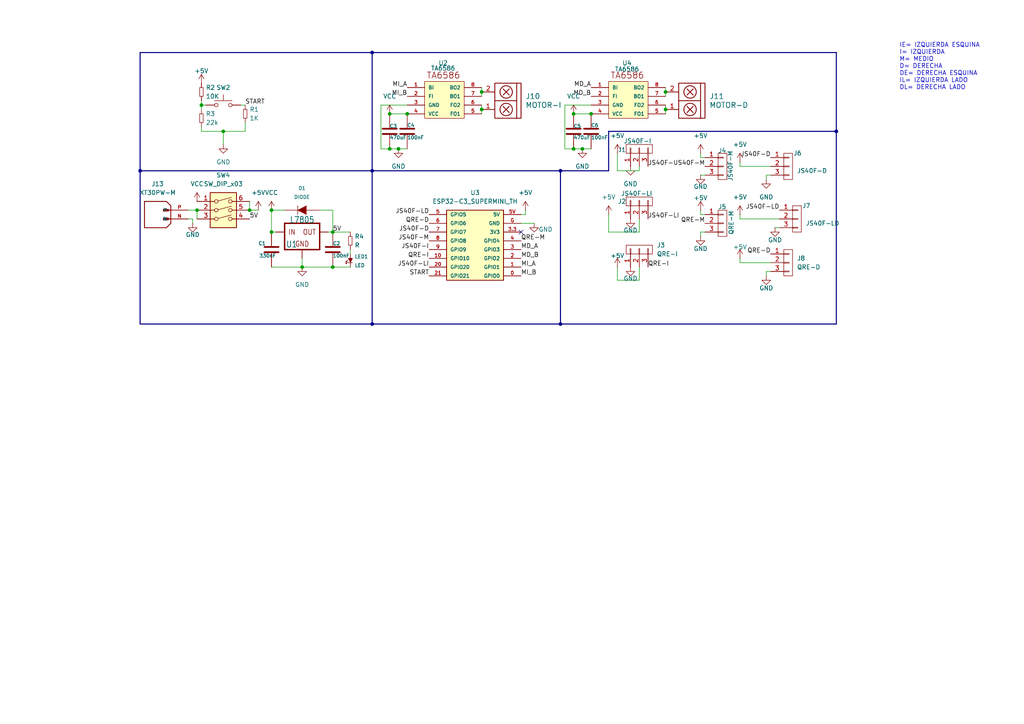
<source format=kicad_sch>
(kicad_sch (version 20231120) (generator "eeschema") (generator_version "8.0")
  (paper "A4")
  (lib_symbols
    (symbol "EESTN5:C" (pin_numbers hide) (pin_names (offset 0.254))
      (property "Reference" "C" (at 0 2.54 0))
      (property "Value" "C" (at 0.1524 -2.159 0))
      (symbol "C_0_1"
        (polyline (pts (xy -2.032 -0.762) (xy 2.032 -0.762)) (stroke (width 0.508)))
        (polyline (pts (xy -2.032 0.762) (xy 2.032 0.762)) (stroke (width 0.508)))
      )
      (symbol "C_1_1"
        (pin passive line (at 0 5.08 270) (length 4.318) (name "~") (number "1"))
        (pin passive line (at 0 -5.08 90) (length 4.318) (name "~") (number "2"))
      )
    )
    (symbol "EESTN5:CONN_01X03" (pin_names (offset 1.016) hide)
      (property "Reference" "J" (at 0 5.08 0))
      (property "Value" "CONN_01X03" (at 2.54 0 90))
      (symbol "CONN_01X03_0_1"
        (rectangle (start -1.27 -2.413) (end 0.254 -2.667))
        (rectangle (start -1.27 0.127) (end 0.254 -0.127))
        (rectangle (start -1.27 2.667) (end 0.254 2.413))
        (rectangle (start -1.27 3.81) (end 1.27 -3.81))
      )
      (symbol "CONN_01X03_1_1"
        (pin passive line (at -5.08 2.54 0) (length 3.81) (name "P1") (number "1"))
        (pin passive line (at -5.08 0 0) (length 3.81) (name "P2") (number "2"))
        (pin passive line (at -5.08 -2.54 0) (length 3.81) (name "P3") (number "3"))
      )
    )
    (symbol "EESTN5:DIODE" (pin_numbers hide) (pin_names (offset 1.016) hide)
      (property "Reference" "D" (at 0 2.54 0))
      (property "Value" "DIODE" (at 0 -2.54 0))
      (symbol "DIODE_0_1"
        (polyline (pts (xy 1.27 1.27) (xy 1.27 -1.27)) (stroke (width 0.1524)))
        (polyline (pts (xy -1.27 1.27) (xy 1.27 0) (xy -1.27 -1.27)) (fill (type outline)))
      )
      (symbol "DIODE_1_1"
        (pin passive line (at -5.08 0 0) (length 3.81) (name "A") (number "1"))
        (pin passive line (at 5.08 0 180) (length 3.81) (name "K") (number "2"))
      )
    )
    (symbol "EESTN5:LED" (pin_numbers hide) (pin_names (offset 1.016) hide)
      (property "Reference" "LED" (at 0 2.54 0))
      (property "Value" "LED" (at 0 -2.54 0))
      (symbol "LED_0_1"
        (polyline (pts (xy 0.508 -0.762) (xy 1.016 -1.27) (xy 1.016 -1.27)))
        (polyline (pts (xy 1.016 -0.762) (xy 1.524 -1.27) (xy 1.524 -1.27)))
        (polyline (pts (xy 1.27 -0.635) (xy 1.27 0.635) (xy 1.27 0.635)))
        (polyline (pts (xy 1.27 0) (xy 0 0.635) (xy 0 -0.635) (xy 0 -0.635)) (fill (type outline)))
        (polyline (pts (xy 1.524 -1.27) (xy 1.27 -1.27) (xy 1.524 -1.016) (xy 1.524 -1.27) (xy 1.524 -1.27)) (fill (type outline)))
        (polyline (pts (xy 1.016 -1.27) (xy 0.762 -1.27) (xy 1.016 -1.016) (xy 1.016 -1.27) (xy 1.016 -1.27) (xy 1.016 -1.27)) (fill (type outline)))
      )
      (symbol "LED_1_1"
        (pin passive line (at -1.27 0 0) (length 1.27) (name "A") (number "1"))
        (pin passive line (at 2.54 0 180) (length 1.27) (name "K") (number "2"))
      )
    )
    (symbol "EESTN5:R" (pin_numbers hide) (pin_names (offset 0))
      (property "Reference" "R" (at -1.27 0 90))
      (property "Value" "R" (at 1.27 0 90))
      (symbol "R_0_1"
        (rectangle (start 0.508 1.27) (end -0.508 -1.27))
      )
      (symbol "R_1_1"
        (pin passive line (at 0 2.54 270) (length 1.27) (name "~") (number "1"))
        (pin passive line (at 0 -2.54 90) (length 1.27) (name "~") (number "2"))
      )
    )
    (symbol "EESTN5:SW_DIP_x03" (pin_names (offset 0) hide)
      (property "Reference" "SW" (at 0 8.89 0))
      (property "Value" "SW_DIP_x03" (at 0 -3.81 0))
      (symbol "SW_DIP_x03_0_0"
        (circle (center -2.032 0) (radius 0.508))
        (circle (center -2.032 2.54) (radius 0.508))
        (circle (center -2.032 5.08) (radius 0.508))
        (polyline (pts (xy -1.524 0.127) (xy 2.3622 1.1684)))
        (polyline (pts (xy -1.524 2.667) (xy 2.3622 3.7084)))
        (polyline (pts (xy -1.524 5.207) (xy 2.3622 6.2484)))
        (circle (center 2.032 0) (radius 0.508))
        (circle (center 2.032 2.54) (radius 0.508))
        (circle (center 2.032 5.08) (radius 0.508))
      )
      (symbol "SW_DIP_x03_0_1"
        (rectangle (start -3.81 7.62) (end 3.81 -2.54) (stroke (width 0.254)) (fill (type background)))
      )
      (symbol "SW_DIP_x03_1_1"
        (pin input line (at -7.62 5.08 0) (length 5.08) (name "~") (number "1"))
        (pin input line (at -7.62 2.54 0) (length 5.08) (name "~") (number "2"))
        (pin input line (at -7.62 0 0) (length 5.08) (name "~") (number "3"))
        (pin input line (at 7.62 0 180) (length 5.08) (name "~") (number "4"))
        (pin input line (at 7.62 2.54 180) (length 5.08) (name "~") (number "5"))
        (pin input line (at 7.62 5.08 180) (length 5.08) (name "~") (number "6"))
      )
    )
    (symbol "EESTN5:SW_Push" (pin_numbers hide) (pin_names (offset 1.016) hide)
      (property "Reference" "SW" (at 1.27 2.54 0))
      (symbol "SW_Push_0_1"
        (circle (center -2.032 0) (radius 0.508))
        (polyline (pts (xy 0 1.27) (xy 0 3.048)))
        (polyline (pts (xy 2.54 1.27) (xy -2.54 1.27)))
        (circle (center 2.032 0) (radius 0.508))
        (pin passive line (at -5.08 0 0) (length 2.54) (name "1") (number "1"))
        (pin passive line (at 5.08 0 180) (length 2.54) (name "2") (number "2"))
      )
    )
    (symbol "EESTN5:TB_1X2" (pin_names (offset 1.016))
      (property "Reference" "J" (at 0 7.62 0))
      (property "Value" "TB_1X2" (at 1.27 -7.62 0))
      (symbol "TB_1X2_0_1"
        (rectangle (start -2.54 5.08) (end 5.08 -5.08) (stroke (width 0.254)))
        (polyline (pts (xy -1.27 0) (xy 5.08 0)) (stroke (width 0.254)))
        (polyline (pts (xy -1.27 5.08) (xy -1.27 -5.08)) (stroke (width 0.254)))
        (polyline (pts (xy 0.889 -3.429) (xy 2.667 -1.651)) (stroke (width 0.254)))
        (polyline (pts (xy 0.889 -1.651) (xy 2.667 -3.429)) (stroke (width 0.254)))
        (polyline (pts (xy 0.889 1.651) (xy 2.667 3.429)) (stroke (width 0.254)))
        (polyline (pts (xy 0.889 3.429) (xy 2.667 1.651)) (stroke (width 0.254)))
        (circle (center 1.778 -2.54) (radius 1.8034) (stroke (width 0.254)))
        (circle (center 1.778 2.54) (radius 1.8034) (stroke (width 0.254)))
      )
      (symbol "TB_1X2_1_1"
        (pin input line (at 8.89 2.54 180) (length 3.81) (name "~") (number "1"))
        (pin input line (at 8.89 -2.54 180) (length 3.81) (name "~") (number "2"))
      )
    )
    (symbol "EESTN5:l7805"
      (property "Reference" "U6" (at -3.302 -3.81 0))
      (property "Value" "L7805" (at -1.778 4.572 0))
      (symbol "l7805_1_0"
        (polyline (pts (xy -5.08 -5.08) (xy 5.08 -5.08)) (stroke (width 0.4064)))
        (polyline (pts (xy -5.08 2.54) (xy -5.08 -5.08)) (stroke (width 0.4064)))
        (polyline (pts (xy 5.08 -5.08) (xy 5.08 2.54)) (stroke (width 0.4064)))
        (polyline (pts (xy 5.08 2.54) (xy -5.08 2.54)) (stroke (width 0.4064)))
        (text "GND" (at 0 -4.318 0) (effects (font (size 1.524 1.2954)) (justify bottom)))
        (text "IN" (at -4.064 0 0) (effects (font (size 1.524 1.2954)) (justify left)))
        (text "OUT" (at 4.064 0 0) (effects (font (size 1.524 1.2954)) (justify right)))
        (pin power_in line (at -7.62 0 0) (length 2.54) (name "VIN") (number "1"))
        (pin power_in line (at 0 -7.62 90) (length 2.54) (name "GND") (number "2"))
        (pin power_in line (at 7.62 0 180) (length 2.54) (name "VOUT") (number "3"))
      )
    )
    (symbol "ESP32-C3_SUPERMINI_TH:ESP32-C3_SUPERMINI_TH" (pin_names (offset 1.016))
      (property "Reference" "U1" (at 0.635 15.24 0))
      (property "Value" "ESP32-C3_SUPERMINI_TH" (at 0.635 12.7 0))
      (symbol "ESP32-C3_SUPERMINI_TH_0_0"
        (rectangle (start -7.62 -10.16) (end 8.89 10.16) (stroke (width 0.254)) (fill (type background)))
        (pin bidirectional line (at 13.97 -8.89 180) (length 5.08) (name "GPIO0") (number "0"))
        (pin bidirectional line (at 13.97 -6.35 180) (length 5.08) (name "GPIO1") (number "1"))
        (pin bidirectional line (at -12.7 -3.81 0) (length 5.08) (name "GPIO10") (number "10"))
        (pin bidirectional line (at 13.97 -3.81 180) (length 5.08) (name "GPIO2") (number "2"))
        (pin bidirectional line (at -12.7 -6.35 0) (length 5.08) (name "GPIO20") (number "20"))
        (pin bidirectional line (at -12.7 -8.89 0) (length 5.08) (name "GPIO21") (number "21"))
        (pin bidirectional line (at 13.97 -1.27 180) (length 5.08) (name "GPIO3") (number "3"))
        (pin bidirectional line (at 13.97 1.27 180) (length 5.08) (name "GPIO4") (number "4"))
        (pin bidirectional line (at -12.7 8.89 0) (length 5.08) (name "GPIO5") (number "5"))
        (pin power_in line (at 13.97 8.89 180) (length 5.08) (name "5V") (number "5V"))
        (pin bidirectional line (at -12.7 6.35 0) (length 5.08) (name "GPIO6") (number "6"))
        (pin bidirectional line (at -12.7 3.81 0) (length 5.08) (name "GPIO7") (number "7"))
        (pin bidirectional line (at -12.7 1.27 0) (length 5.08) (name "GPIO8") (number "8"))
        (pin bidirectional line (at -12.7 -1.27 0) (length 5.08) (name "GPIO9") (number "9"))
      )
      (symbol "ESP32-C3_SUPERMINI_TH_1_0"
        (pin bidirectional line (at 13.97 3.81 180) (length 5.08) (name "3V3") (number "3.3"))
        (pin bidirectional line (at 13.97 6.35 180) (length 5.08) (name "GND") (number "G"))
      )
    )
    (symbol "TA6586:TA6586" (pin_names (offset 1.016))
      (property "Reference" "U5" (at -4.064 8.636 0))
      (property "Value" "TA6586" (at -4.064 6.096 0))
      (symbol "TA6586_0_0"
        (rectangle (start -10.16 0.508) (end 1.27 -10.16) (stroke (width 0.1524)) (fill (type background)))
        (text "TA6586 " (at -4.064 2.286 0) (effects (font (size 1.778 1.778))))
      )
      (symbol "TA6586_1_0"
        (pin bidirectional line (at -15.24 -1.27 0) (length 5.08) (name "BI") (number "1"))
        (pin bidirectional line (at -15.24 -3.81 0) (length 5.08) (name "FI") (number "2"))
        (pin bidirectional line (at -15.24 -6.35 0) (length 5.08) (name "GND") (number "3"))
        (pin bidirectional line (at -15.24 -8.89 0) (length 5.08) (name "VCC") (number "4"))
        (pin bidirectional line (at 6.35 -8.89 180) (length 5.08) (name "FO1") (number "5"))
        (pin bidirectional line (at 6.35 -6.35 180) (length 5.08) (name "FO2") (number "6"))
        (pin bidirectional line (at 6.35 -3.81 180) (length 5.08) (name "BO1") (number "7"))
        (pin bidirectional line (at 6.35 -1.27 180) (length 5.08) (name "BO2") (number "8"))
      )
    )
    (symbol "XT30PW-M:XT30PW-M" (pin_names (offset 1.016))
      (property "Reference" "J" (at -7.62 3.302 0))
      (property "Value" "XT30PW-M" (at -7.62 -7.62 0))
      (symbol "XT30PW-M_0_0"
        (rectangle (start -2.2225 -2.8575) (end -0.635 -2.2225) (stroke (width 0.1)) (fill (type outline)))
        (rectangle (start -2.2225 -0.3175) (end -0.635 0.3175) (stroke (width 0.1)) (fill (type outline)))
        (polyline (pts (xy -7.62 -5.08) (xy -7.62 2.54)) (stroke (width 0.254)))
        (polyline (pts (xy -7.62 2.54) (xy -1.27 2.54)) (stroke (width 0.254)))
        (polyline (pts (xy -1.27 -5.08) (xy -7.62 -5.08)) (stroke (width 0.254)))
        (polyline (pts (xy 0 -3.81) (xy -1.27 -5.08)) (stroke (width 0.254)))
        (polyline (pts (xy 0 -2.54) (xy -1.905 -2.54)) (stroke (width 0.254)))
        (polyline (pts (xy 0 0) (xy -1.905 0)) (stroke (width 0.254)))
        (polyline (pts (xy 0 0) (xy 0 -3.81)) (stroke (width 0.254)))
        (polyline (pts (xy 0 1.27) (xy -1.27 2.54)) (stroke (width 0.254)))
        (polyline (pts (xy 0 1.27) (xy 0 0)) (stroke (width 0.254)))
        (pin power_in line (at 5.08 -2.54 180) (length 5.08) (name "N") (number "N"))
        (pin power_in line (at 5.08 0 180) (length 5.08) (name "P") (number "P"))
      )
    )
    (symbol "power:+5V" (power) (pin_numbers hide) (pin_names (offset 0) hide)
      (property "Value" "+5V" (at 0 3.556 0))
      (symbol "+5V_0_1"
        (polyline (pts (xy -0.762 1.27) (xy 0 2.54)))
        (polyline (pts (xy 0 0) (xy 0 2.54)))
        (polyline (pts (xy 0 2.54) (xy 0.762 1.27)))
      )
      (symbol "+5V_1_1"
        (pin power_in line (at 0 0 90) (length 0) (name "~") (number "1"))
      )
    )
    (symbol "power:GND" (power) (pin_numbers hide) (pin_names (offset 0) hide)
      (property "Value" "GND" (at 0 -3.81 0))
      (symbol "GND_0_1"
        (polyline (pts (xy 0 0) (xy 0 -1.27) (xy 1.27 -1.27) (xy 0 -2.54) (xy -1.27 -1.27) (xy 0 -1.27)))
      )
      (symbol "GND_1_1"
        (pin power_in line (at 0 0 270) (length 0) (name "~") (number "1"))
      )
    )
    (symbol "power:VCC" (power) (pin_numbers hide) (pin_names (offset 0) hide)
      (property "Value" "VCC" (at 0 3.556 0))
      (symbol "VCC_0_1"
        (polyline (pts (xy -0.762 1.27) (xy 0 2.54)))
        (polyline (pts (xy 0 0) (xy 0 2.54)))
        (polyline (pts (xy 0 2.54) (xy 0.762 1.27)))
      )
      (symbol "VCC_1_1"
        (pin power_in line (at 0 0 90) (length 0) (name "~") (number "1"))
      )
    )
  )
  (junction (at 168.91 43.18))
  (junction (at 78.74 67.31))
  (junction (at 87.63 77.47))
  (junction (at 193.04 31.75))
  (junction (at 107.95 93.98))
  (junction (at 139.7 31.75))
  (junction (at 162.56 93.98))
  (junction (at 40.64 49.53))
  (junction (at 78.74 60.96))
  (junction (at 57.15 60.96))
  (junction (at 107.95 49.53))
  (junction (at 193.04 26.67))
  (junction (at 113.03 33.02))
  (junction (at 166.37 43.18))
  (junction (at 107.95 15.24))
  (junction (at 166.37 33.02))
  (junction (at 64.77 38.1))
  (junction (at 96.52 77.47))
  (junction (at 139.7 26.67))
  (junction (at 118.11 33.02))
  (junction (at 162.56 49.53))
  (junction (at 242.57 38.1))
  (junction (at 58.42 30.48))
  (junction (at 72.39 60.96))
  (junction (at 171.45 33.02))
  (junction (at 96.52 67.31))
  (junction (at 115.57 43.18))
  (junction (at 113.03 43.18))
  (no_connect (at 151.13 67.31))
  (wire (pts (xy 87.63 77.47) (xy 96.52 77.47)))
  (wire (pts (xy 87.63 74.93) (xy 87.63 77.47)))
  (wire (pts (xy 204.47 50.8) (xy 203.2 50.8)))
  (wire (pts (xy 193.04 25.4) (xy 193.04 26.67)))
  (wire (pts (xy 204.47 67.31) (xy 203.2 67.31)))
  (wire (pts (xy 222.25 50.8) (xy 222.25 52.07)))
  (bus (pts (xy 40.64 49.53) (xy 40.64 93.98)))
  (wire (pts (xy 78.74 60.96) (xy 78.74 67.31)))
  (wire (pts (xy 72.39 58.42) (xy 72.39 60.96)))
  (wire (pts (xy 193.04 26.67) (xy 193.04 27.94)))
  (wire (pts (xy 171.45 30.48) (xy 163.83 30.48)))
  (wire (pts (xy 223.52 48.26) (xy 214.63 48.26)))
  (bus (pts (xy 176.53 38.1) (xy 242.57 38.1)))
  (wire (pts (xy 223.52 50.8) (xy 222.25 50.8)))
  (wire (pts (xy 78.74 60.96) (xy 82.55 60.96)))
  (wire (pts (xy 113.03 33.02) (xy 118.11 33.02)))
  (wire (pts (xy 185.42 81.28) (xy 179.07 81.28)))
  (wire (pts (xy 163.83 43.18) (xy 166.37 43.18)))
  (wire (pts (xy 223.52 76.2) (xy 214.63 76.2)))
  (wire (pts (xy 113.03 43.18) (xy 115.57 43.18)))
  (wire (pts (xy 179.07 49.53) (xy 185.42 49.53)))
  (wire (pts (xy 185.42 77.47) (xy 185.42 81.28)))
  (wire (pts (xy 214.63 63.5) (xy 226.06 63.5)))
  (wire (pts (xy 78.74 77.47) (xy 87.63 77.47)))
  (bus (pts (xy 162.56 93.98) (xy 107.95 93.98)))
  (wire (pts (xy 223.52 78.74) (xy 222.25 78.74)))
  (wire (pts (xy 179.07 77.47) (xy 179.07 81.28)))
  (wire (pts (xy 204.47 62.23) (xy 203.2 62.23)))
  (wire (pts (xy 168.91 43.18) (xy 171.45 43.18)))
  (wire (pts (xy 152.4 62.23) (xy 151.13 62.23)))
  (wire (pts (xy 185.42 67.31) (xy 176.53 67.31)))
  (wire (pts (xy 110.49 30.48) (xy 110.49 43.18)))
  (wire (pts (xy 152.4 60.96) (xy 152.4 62.23)))
  (bus (pts (xy 176.53 49.53) (xy 162.56 49.53)))
  (wire (pts (xy 115.57 43.18) (xy 118.11 43.18)))
  (wire (pts (xy 193.04 31.75) (xy 193.04 33.02)))
  (wire (pts (xy 55.88 64.77) (xy 55.88 63.5)))
  (bus (pts (xy 107.95 93.98) (xy 40.64 93.98)))
  (wire (pts (xy 58.42 38.1) (xy 64.77 38.1)))
  (bus (pts (xy 107.95 15.24) (xy 242.57 15.24)))
  (bus (pts (xy 242.57 93.98) (xy 162.56 93.98)))
  (wire (pts (xy 55.88 63.5) (xy 54.61 63.5)))
  (wire (pts (xy 96.52 67.31) (xy 95.25 67.31)))
  (wire (pts (xy 71.12 35.56) (xy 71.12 38.1)))
  (wire (pts (xy 57.15 60.96) (xy 57.15 63.5)))
  (wire (pts (xy 58.42 36.83) (xy 58.42 38.1)))
  (wire (pts (xy 214.63 63.5) (xy 214.63 62.23)))
  (wire (pts (xy 166.37 33.02) (xy 171.45 33.02)))
  (bus (pts (xy 242.57 15.24) (xy 242.57 38.1)))
  (wire (pts (xy 58.42 30.48) (xy 58.42 31.75)))
  (wire (pts (xy 58.42 30.48) (xy 59.69 30.48)))
  (wire (pts (xy 92.71 60.96) (xy 96.52 60.96)))
  (wire (pts (xy 139.7 30.48) (xy 139.7 31.75)))
  (wire (pts (xy 139.7 25.4) (xy 139.7 26.67)))
  (wire (pts (xy 166.37 43.18) (xy 168.91 43.18)))
  (wire (pts (xy 204.47 45.72) (xy 203.2 45.72)))
  (bus (pts (xy 162.56 93.98) (xy 162.56 49.53)))
  (wire (pts (xy 78.74 67.31) (xy 80.01 67.31)))
  (wire (pts (xy 214.63 48.26) (xy 214.63 46.99)))
  (wire (pts (xy 222.25 78.74) (xy 222.25 80.01)))
  (wire (pts (xy 71.12 38.1) (xy 64.77 38.1)))
  (bus (pts (xy 40.64 49.53) (xy 107.95 49.53)))
  (wire (pts (xy 54.61 60.96) (xy 57.15 60.96)))
  (wire (pts (xy 185.42 48.26) (xy 185.42 49.53)))
  (bus (pts (xy 242.57 38.1) (xy 242.57 93.98)))
  (bus (pts (xy 107.95 49.53) (xy 107.95 93.98)))
  (wire (pts (xy 96.52 77.47) (xy 101.6 77.47)))
  (wire (pts (xy 64.77 38.1) (xy 64.77 41.91)))
  (wire (pts (xy 193.04 30.48) (xy 193.04 31.75)))
  (wire (pts (xy 118.11 30.48) (xy 110.49 30.48)))
  (wire (pts (xy 203.2 67.31) (xy 203.2 68.58)))
  (wire (pts (xy 226.06 66.04) (xy 224.79 66.04)))
  (bus (pts (xy 40.64 15.24) (xy 107.95 15.24)))
  (wire (pts (xy 139.7 26.67) (xy 139.7 27.94)))
  (wire (pts (xy 214.63 76.2) (xy 214.63 74.93)))
  (wire (pts (xy 176.53 62.23) (xy 176.53 67.31)))
  (wire (pts (xy 179.07 44.45) (xy 179.07 49.53)))
  (wire (pts (xy 163.83 30.48) (xy 163.83 43.18)))
  (bus (pts (xy 162.56 49.53) (xy 107.95 49.53)))
  (wire (pts (xy 203.2 62.23) (xy 203.2 60.96)))
  (wire (pts (xy 151.13 64.77) (xy 154.94 64.77)))
  (wire (pts (xy 69.85 30.48) (xy 71.12 30.48)))
  (wire (pts (xy 101.6 73.66) (xy 101.6 72.39)))
  (wire (pts (xy 96.52 60.96) (xy 96.52 67.31)))
  (wire (pts (xy 72.39 60.96) (xy 74.93 60.96)))
  (wire (pts (xy 139.7 31.75) (xy 139.7 33.02)))
  (wire (pts (xy 203.2 45.72) (xy 203.2 44.45)))
  (bus (pts (xy 176.53 49.53) (xy 176.53 38.1)))
  (wire (pts (xy 96.52 67.31) (xy 101.6 67.31)))
  (wire (pts (xy 58.42 29.21) (xy 58.42 30.48)))
  (bus (pts (xy 107.95 49.53) (xy 107.95 15.24)))
  (wire (pts (xy 110.49 43.18) (xy 113.03 43.18)))
  (bus (pts (xy 40.64 15.24) (xy 40.64 49.53)))
  (wire (pts (xy 185.42 63.5) (xy 185.42 67.31)))
  (text "IE= IZQUIERDA ESQUINA\nI= IZQUIERDA \nM= MEDIO \nD= DERECHA \nDE= DERECHA ESQUINA \nIL= IZQUIERDA LADO \nDL= DERECHA LADO \n" (at 260.858 19.304 0) (effects (font (size 1.27 1.27)) (justify left)))
  (label "JS40F-D" (at 124.46 67.31 180))
  (label "MI_A" (at 151.13 77.47 0))
  (label "JS40F-M" (at 124.46 69.85 180))
  (label "QRE-D" (at 124.46 64.77 180))
  (label "5V" (at 72.39 63.5 0))
  (label "QRE-I" (at 124.46 74.93 180))
  (label "JS40F-LI" (at 187.96 63.5 0))
  (label "MI_A" (at 118.11 25.4 180))
  (label "MI_B" (at 118.11 27.94 180))
  (label "JS40F-I" (at 124.46 72.39 180))
  (label "JS40F-D" (at 223.52 45.72 180))
  (label "MI_B" (at 151.13 80.01 0))
  (label "MD_B" (at 151.13 74.93 0))
  (label "5V" (at 96.52 67.31 0))
  (label "MD_A" (at 171.45 25.4 180))
  (label "QRE-M" (at 204.47 64.77 180))
  (label "START" (at 71.12 30.48 0))
  (label "JS40F-LD" (at 124.46 62.23 180))
  (label "MD_B" (at 171.45 27.94 180))
  (label "START" (at 124.46 80.01 180))
  (label "QRE-M" (at 151.13 69.85 0))
  (label "JS40F-LI" (at 124.46 77.47 180))
  (label "QRE-I" (at 187.96 77.47 0))
  (label "QRE-D" (at 223.52 73.66 180))
  (label "JS40F-I" (at 187.96 48.26 0))
  (label "JS40F-M" (at 204.47 48.26 180))
  (label "MD_A" (at 151.13 72.39 0))
  (label "JS40F-LD" (at 226.06 60.96 180))
  (symbol (lib_id "EESTN5:CONN_01X03") (at 185.42 72.39 90) (unit 1)
    (property "Reference" "J3" (at 190.5 71.1199 90) (effects (justify right)))
    (property "Value" "QRE-I" (at 190.5 73.6599 90) (effects (justify right)))
    (property "Footprint" "Connector_JST:JST_PH_B3B-PH-K_1x03_P2.00mm_Vertical" (effects (hide yes)))
    (property "Description" "Connector, single row, 01x03, pin header" (effects (hide yes)))
  )
  (symbol (lib_id "power:GND") (at 224.79 66.04 0) (unit 1)
    (property "Reference" "#PWR020" (effects (hide yes)))
    (property "Value" "GND" (at 224.79 69.596 0))
    (property "Description" "Power symbol creates a global label with name \"GND\" , ground" (effects (hide yes)))
  )
  (symbol (lib_id "power:VCC") (at 113.03 33.02 0) (unit 1)
    (property "Reference" "#PWR04" (effects (hide yes)))
    (property "Value" "VCC" (at 113.03 27.94 0))
    (property "Description" "Power symbol creates a global label with name \"VCC\"" (effects (hide yes)))
  )
  (symbol (lib_id "power:GND") (at 64.77 41.91 0) (unit 1)
    (property "Reference" "#PWR029" (effects (hide yes)))
    (property "Value" "GND" (at 64.77 46.99 0))
    (property "Description" "Power symbol creates a global label with name \"GND\" , ground" (effects (hide yes)))
  )
  (symbol (lib_id "power:+5V") (at 152.4 60.96 0) (unit 1)
    (property "Reference" "#PWR06" (effects (hide yes)))
    (property "Value" "+5V" (at 152.4 55.88 0))
    (property "Description" "Power symbol creates a global label with name \"+5V\"" (effects (hide yes)))
  )
  (symbol (lib_id "power:GND") (at 182.88 77.47 0) (unit 1)
    (property "Reference" "#PWR024" (effects (hide yes)))
    (property "Value" "GND" (at 182.88 80.772 0))
    (property "Description" "Power symbol creates a global label with name \"GND\" , ground" (effects (hide yes)))
  )
  (symbol (lib_id "power:GND") (at 55.88 64.77 0) (unit 1)
    (property "Reference" "#PWR027" (effects (hide yes)))
    (property "Value" "GND" (at 55.88 68.072 0))
    (property "Description" "Power symbol creates a global label with name \"GND\" , ground" (effects (hide yes)))
  )
  (symbol (lib_id "EESTN5:R") (at 58.42 34.29 0) (unit 1)
    (property "Reference" "R3" (at 59.69 33.0199 0) (effects (justify left)))
    (property "Value" "22k" (at 59.69 35.5599 0) (effects (justify left)))
    (property "Footprint" "EESTN5:R_0805" (effects (hide yes)))
    (property "Description" "Resistor" (effects (hide yes)))
  )
  (symbol (lib_id "EESTN5:TB_1X2") (at 201.93 29.21 180) (unit 1)
    (property "Reference" "J11" (at 205.74 27.9399 0) (effects (font (size 1.524 1.524)) (justify right)))
    (property "Value" "MOTOR-D" (at 205.74 30.4799 0) (effects (font (size 1.524 1.524)) (justify right)))
    (property "Footprint" "EESTN5:TB 2.54mm" (effects (hide yes)))
  )
  (symbol (lib_id "EESTN5:R") (at 58.42 26.67 0) (unit 1)
    (property "Reference" "R2" (at 59.69 25.3999 0) (effects (justify left)))
    (property "Value" "10K" (at 59.69 27.9399 0) (effects (justify left)))
    (property "Footprint" "EESTN5:R_0805" (effects (hide yes)))
    (property "Description" "Resistor" (effects (hide yes)))
  )
  (symbol (lib_id "power:GND") (at 87.63 77.47 0) (unit 1)
    (property "Reference" "#PWR02" (effects (hide yes)))
    (property "Value" "GND" (at 87.63 82.55 0))
    (property "Description" "Power symbol creates a global label with name \"GND\" , ground" (effects (hide yes)))
  )
  (symbol (lib_id "EESTN5:CONN_01X03") (at 228.6 48.26 0) (unit 1)
    (property "Reference" "J6" (at 230.124 44.45 0) (effects (justify left)))
    (property "Value" "JS40F-D" (at 231.14 49.5299 0) (effects (justify left)))
    (property "Footprint" "Connector_JST:JST_PH_B3B-PH-K_1x03_P2.00mm_Vertical" (effects (hide yes)))
    (property "Description" "Connector, single row, 01x03, pin header" (effects (hide yes)))
  )
  (symbol (lib_id "EESTN5:R") (at 101.6 69.85 0) (unit 1)
    (property "Reference" "R4" (at 102.87 68.5799 0) (effects (justify left)))
    (property "Value" "R" (at 102.87 71.1199 0) (effects (justify left)))
    (property "Footprint" "EESTN5:R_0805" (effects (hide yes)))
    (property "Description" "Resistor" (effects (hide yes)))
  )
  (symbol (lib_id "EESTN5:l7805") (at 87.63 67.31 0) (unit 1)
    (property "Reference" "U1" (at 84.582 70.866 0) (effects (font (size 1.778 1.5113))))
    (property "Value" "L7805" (at 87.63 63.754 0) (effects (font (size 1.778 1.5113))))
    (property "Footprint" "EESTN5:D2PAK" (effects (hide yes)))
  )
  (symbol (lib_id "power:GND") (at 182.88 63.5 0) (unit 1)
    (property "Reference" "#PWR013" (effects (hide yes)))
    (property "Value" "GND" (at 182.88 66.802 0))
    (property "Description" "Power symbol creates a global label with name \"GND\" , ground" (effects (hide yes)))
  )
  (symbol (lib_id "power:+5V") (at 176.53 62.23 0) (unit 1)
    (property "Reference" "#PWR012" (effects (hide yes)))
    (property "Value" "+5V" (at 176.53 57.15 0))
    (property "Description" "Power symbol creates a global label with name \"+5V\"" (effects (hide yes)))
  )
  (symbol (lib_id "power:GND") (at 182.88 48.26 0) (unit 1)
    (property "Reference" "#PWR011" (effects (hide yes)))
    (property "Value" "GND" (at 182.88 53.34 0))
    (property "Description" "Power symbol creates a global label with name \"GND\" , ground" (effects (hide yes)))
  )
  (symbol (lib_id "power:GND") (at 222.25 80.01 0) (unit 1)
    (property "Reference" "#PWR023" (effects (hide yes)))
    (property "Value" "GND" (at 222.25 83.566 0))
    (property "Description" "Power symbol creates a global label with name \"GND\" , ground" (effects (hide yes)))
  )
  (symbol (lib_id "power:GND") (at 203.2 50.8 0) (unit 1)
    (property "Reference" "#PWR016" (effects (hide yes)))
    (property "Value" "GND" (at 203.2 54.102 0))
    (property "Description" "Power symbol creates a global label with name \"GND\" , ground" (effects (hide yes)))
  )
  (symbol (lib_id "EESTN5:CONN_01X03") (at 228.6 76.2 0) (unit 1)
    (property "Reference" "J8" (at 231.14 74.9299 0) (effects (justify left)))
    (property "Value" "QRE-D" (at 231.14 77.4699 0) (effects (justify left)))
    (property "Footprint" "Connector_JST:JST_PH_B3B-PH-K_1x03_P2.00mm_Vertical" (effects (hide yes)))
    (property "Description" "Connector, single row, 01x03, pin header" (effects (hide yes)))
  )
  (symbol (lib_id "EESTN5:CONN_01X03") (at 231.14 63.5 0) (unit 1)
    (property "Reference" "J7" (at 232.664 59.69 0) (effects (justify left)))
    (property "Value" "JS40F-LD" (at 233.68 64.7699 0) (effects (justify left)))
    (property "Footprint" "Connector_JST:JST_PH_B3B-PH-K_1x03_P2.00mm_Vertical" (effects (hide yes)))
    (property "Description" "Connector, single row, 01x03, pin header" (effects (hide yes)))
  )
  (symbol (lib_id "EESTN5:SW_DIP_x03") (at 64.77 63.5 0) (unit 1)
    (property "Reference" "SW4" (at 64.77 50.8 0))
    (property "Value" "SW_DIP_x03" (at 64.77 53.34 0))
    (property "Footprint" "Button_Switch_THT:SW_E-Switch_EG1271_SPDT" (effects (hide yes)))
    (property "Description" "3x DIP Switch, Single Pole Single Throw (SPST) switch, small symbol" (effects (hide yes)))
  )
  (symbol (lib_id "power:GND") (at 115.57 43.18 0) (unit 1)
    (property "Reference" "#PWR05" (effects (hide yes)))
    (property "Value" "GND" (at 115.57 48.26 0))
    (property "Description" "Power symbol creates a global label with name \"GND\" , ground" (effects (hide yes)))
  )
  (symbol (lib_id "power:GND") (at 222.25 52.07 0) (unit 1)
    (property "Reference" "#PWR018" (effects (hide yes)))
    (property "Value" "GND" (at 222.25 57.15 0))
    (property "Description" "Power symbol creates a global label with name \"GND\" , ground" (effects (hide yes)))
  )
  (symbol (lib_id "EESTN5:C") (at 118.11 38.1 0) (unit 1)
    (property "Reference" "C4" (at 118.11 36.322 0) (effects (font (size 1.016 1.016)) (justify left)))
    (property "Value" "100nF" (at 118.11 39.878 0) (effects (font (size 1.016 1.016)) (justify left)))
    (property "Footprint" "EESTN5:C_0805" (effects (hide yes)))
  )
  (symbol (lib_id "power:VCC") (at 78.74 60.96 0) (unit 1)
    (property "Reference" "#PWR01" (effects (hide yes)))
    (property "Value" "VCC" (at 78.74 55.88 0))
    (property "Description" "Power symbol creates a global label with name \"VCC\"" (effects (hide yes)))
  )
  (symbol (lib_id "TA6586:TA6586") (at 133.35 24.13 0) (unit 1)
    (property "Reference" "U2" (at 128.524 18.288 0))
    (property "Value" "TA6586" (at 128.524 19.812 0))
    (property "Footprint" "EESTN5:TA6586-FOOTPRINT" (effects (hide yes)))
    (property "MF" "Wuxi" (effects (hide yes)))
    (property "Description_1" "\n                        \n                            DC Bidirectional motor driving circuit\n                        \n" (effects (hide yes)))
    (property "Package" "Package" (effects (hide yes)))
    (property "Price" "None" (effects (hide yes)))
    (property "SnapEDA_Link" "https://www.snapeda.com/parts/TA6586/Wuxi/view-part/?ref=snap" (effects (hide yes)))
    (property "MP" "TA6586" (effects (hide yes)))
    (property "Availability" "Not in stock" (effects (hide yes)))
    (property "Check_prices" "https://www.snapeda.com/parts/TA6586/Wuxi/view-part/?ref=eda" (effects (hide yes)))
  )
  (symbol (lib_id "power:GND") (at 203.2 68.58 0) (unit 1)
    (property "Reference" "#PWR025" (effects (hide yes)))
    (property "Value" "GND" (at 203.2 72.136 0))
    (property "Description" "Power symbol creates a global label with name \"GND\" , ground" (effects (hide yes)))
  )
  (symbol (lib_id "power:GND") (at 168.91 43.18 0) (unit 1)
    (property "Reference" "#PWR09" (effects (hide yes)))
    (property "Value" "GND" (at 168.91 48.26 0))
    (property "Description" "Power symbol creates a global label with name \"GND\" , ground" (effects (hide yes)))
  )
  (symbol (lib_id "power:VCC") (at 57.15 58.42 0) (unit 1)
    (property "Reference" "#PWR026" (effects (hide yes)))
    (property "Value" "VCC" (at 57.15 53.34 0))
    (property "Description" "Power symbol creates a global label with name \"VCC\"" (effects (hide yes)))
  )
  (symbol (lib_id "EESTN5:DIODE") (at 87.63 60.96 180) (unit 1)
    (property "Reference" "D1" (at 87.5919 54.61 0) (effects (font (size 1.016 1.016))))
    (property "Value" "DIODE" (at 87.5919 57.15 0) (effects (font (size 1.016 1.016))))
    (property "Footprint" "Diode_SMD:D_1206_3216Metric_Pad1.42x1.75mm_HandSolder" (effects (hide yes)))
  )
  (symbol (lib_id "power:+5V") (at 74.93 60.96 0) (unit 1)
    (property "Reference" "#PWR03" (effects (hide yes)))
    (property "Value" "+5V" (at 74.93 55.88 0))
    (property "Description" "Power symbol creates a global label with name \"+5V\"" (effects (hide yes)))
  )
  (symbol (lib_id "power:+5V") (at 179.07 44.45 0) (unit 1)
    (property "Reference" "#PWR010" (effects (hide yes)))
    (property "Value" "+5V" (at 179.07 39.37 0))
    (property "Description" "Power symbol creates a global label with name \"+5V\"" (effects (hide yes)))
  )
  (symbol (lib_id "EESTN5:CONN_01X03") (at 209.55 48.26 0) (unit 1)
    (property "Reference" "J4" (at 208.28 43.688 0) (effects (justify left)))
    (property "Value" "JS40F-M" (at 211.836 52.578 90) (effects (justify left)))
    (property "Footprint" "Connector_JST:JST_PH_B3B-PH-K_1x03_P2.00mm_Vertical" (effects (hide yes)))
    (property "Description" "Connector, single row, 01x03, pin header" (effects (hide yes)))
  )
  (symbol (lib_id "ESP32-C3_SUPERMINI_TH:ESP32-C3_SUPERMINI_TH") (at 137.16 71.12 0) (unit 1)
    (property "Reference" "U3" (at 137.795 55.88 0))
    (property "Value" "ESP32-C3_SUPERMINI_TH" (at 137.795 58.42 0))
    (property "Footprint" "EESTN5:MODULE_ESP32-C3_SUPERMINI" (effects (hide yes)))
  )
  (symbol (lib_id "EESTN5:C") (at 113.03 38.1 0) (unit 1)
    (property "Reference" "C3" (at 113.03 36.576 0) (effects (font (size 1.016 1.016)) (justify left)))
    (property "Value" "470uF" (at 113.03 39.878 0) (effects (font (size 1.016 1.016)) (justify left)))
    (property "Footprint" "Capacitor_SMD:CP_Elec_10x10" (effects (hide yes)))
  )
  (symbol (lib_id "EESTN5:R") (at 71.12 33.02 0) (unit 1)
    (property "Reference" "R1" (at 72.39 31.7499 0) (effects (justify left)))
    (property "Value" "1K" (at 72.39 34.2899 0) (effects (justify left)))
    (property "Footprint" "EESTN5:R_0805" (effects (hide yes)))
    (property "Description" "Resistor" (effects (hide yes)))
  )
  (symbol (lib_id "EESTN5:C") (at 78.74 72.39 0) (unit 1)
    (property "Reference" "C1" (at 74.93 70.612 0) (effects (font (size 1.016 1.016)) (justify left)))
    (property "Value" "330nF" (at 75.184 74.168 0) (effects (font (size 1.016 1.016)) (justify left)))
    (property "Footprint" "EESTN5:C_0805" (effects (hide yes)))
  )
  (symbol (lib_id "power:+5V") (at 214.63 46.99 0) (unit 1)
    (property "Reference" "#PWR017" (effects (hide yes)))
    (property "Value" "+5V" (at 214.63 41.91 0))
    (property "Description" "Power symbol creates a global label with name \"+5V\"" (effects (hide yes)))
  )
  (symbol (lib_id "power:GND") (at 154.94 64.77 0) (unit 1)
    (property "Reference" "#PWR07" (effects (hide yes)))
    (property "Value" "GND" (at 158.242 66.548 0))
    (property "Description" "Power symbol creates a global label with name \"GND\" , ground" (effects (hide yes)))
  )
  (symbol (lib_id "power:+5V") (at 203.2 60.96 0) (unit 1)
    (property "Reference" "#PWR021" (effects (hide yes)))
    (property "Value" "+5V" (at 203.2 57.404 0))
    (property "Description" "Power symbol creates a global label with name \"+5V\"" (effects (hide yes)))
  )
  (symbol (lib_id "power:+5V") (at 179.07 77.47 0) (unit 1)
    (property "Reference" "#PWR014" (effects (hide yes)))
    (property "Value" "+5V" (at 179.07 74.168 0))
    (property "Description" "Power symbol creates a global label with name \"+5V\"" (effects (hide yes)))
  )
  (symbol (lib_id "EESTN5:TB_1X2") (at 148.59 29.21 180) (unit 1)
    (property "Reference" "J10" (at 152.4 27.9399 0) (effects (font (size 1.524 1.524)) (justify right)))
    (property "Value" "MOTOR-I" (at 152.4 30.4799 0) (effects (font (size 1.524 1.524)) (justify right)))
    (property "Footprint" "EESTN5:TB 2.54mm" (effects (hide yes)))
  )
  (symbol (lib_id "power:VCC") (at 166.37 33.02 0) (unit 1)
    (property "Reference" "#PWR08" (effects (hide yes)))
    (property "Value" "VCC" (at 166.37 27.94 0))
    (property "Description" "Power symbol creates a global label with name \"VCC\"" (effects (hide yes)))
  )
  (symbol (lib_id "XT30PW-M:XT30PW-M") (at 49.53 60.96 0) (unit 1)
    (property "Reference" "J13" (at 45.72 53.34 0))
    (property "Value" "XT30PW-M" (at 45.72 55.88 0))
    (property "Footprint" "EESTN5:AMASS_XT30PW-M" (effects (hide yes)))
    (property "MF" "AMASS" (effects (hide yes)))
    (property "MAXIMUM_PACKAGE_HEIGHT" "5 mm" (effects (hide yes)))
    (property "Package" "None" (effects (hide yes)))
    (property "Price" "None" (effects (hide yes)))
    (property "Check_prices" "https://www.snapeda.com/parts/XT30PW-M/AMASS/view-part/?ref=eda" (effects (hide yes)))
    (property "STANDARD" "Manufacturer Recommendations" (effects (hide yes)))
    (property "PARTREV" "1.2" (effects (hide yes)))
    (property "SnapEDA_Link" "https://www.snapeda.com/parts/XT30PW-M/AMASS/view-part/?ref=snap" (effects (hide yes)))
    (property "MP" "XT30PW-M" (effects (hide yes)))
    (property "Description_1" "\n                        \n                            Socket; DC supply; XT30; male; PIN: 2; on PCBs; THT; Colour: yellow\n                        \n" (effects (hide yes)))
    (property "MANUFACTURER" "Amass" (effects (hide yes)))
    (property "Availability" "Not in stock" (effects (hide yes)))
    (property "SNAPEDA_PN" "XT30PW-M" (effects (hide yes)))
  )
  (symbol (lib_id "EESTN5:LED") (at 101.6 74.93 270) (unit 1)
    (property "Reference" "LED1" (at 102.87 74.4219 90) (effects (font (size 1.016 1.016)) (justify left)))
    (property "Value" "LED" (at 102.87 76.9619 90) (effects (font (size 1.016 1.016)) (justify left)))
    (property "Footprint" "LED_SMD:LED_0805_2012Metric" (effects (hide yes)))
  )
  (symbol (lib_id "EESTN5:CONN_01X03") (at 185.42 43.18 90) (unit 1)
    (property "Reference" "J1" (at 181.61 43.434 90) (effects (justify left)))
    (property "Value" "JS40F-I" (at 188.976 40.894 90) (effects (justify left)))
    (property "Footprint" "Connector_JST:JST_PH_B3B-PH-K_1x03_P2.00mm_Vertical" (effects (hide yes)))
    (property "Description" "Connector, single row, 01x03, pin header" (effects (hide yes)))
  )
  (symbol (lib_id "power:+5V") (at 203.2 44.45 0) (unit 1)
    (property "Reference" "#PWR015" (effects (hide yes)))
    (property "Value" "+5V" (at 203.2 39.37 0))
    (property "Description" "Power symbol creates a global label with name \"+5V\"" (effects (hide yes)))
  )
  (symbol (lib_id "TA6586:TA6586") (at 186.69 24.13 0) (unit 1)
    (property "Reference" "U4" (at 181.864 18.288 0))
    (property "Value" "TA6586" (at 181.864 20.066 0))
    (property "Footprint" "EESTN5:TA6586-FOOTPRINT" (effects (hide yes)))
    (property "MF" "Wuxi" (effects (hide yes)))
    (property "Description_1" "\n                        \n                            DC Bidirectional motor driving circuit\n                        \n" (effects (hide yes)))
    (property "Package" "Package" (effects (hide yes)))
    (property "Price" "None" (effects (hide yes)))
    (property "SnapEDA_Link" "https://www.snapeda.com/parts/TA6586/Wuxi/view-part/?ref=snap" (effects (hide yes)))
    (property "MP" "TA6586" (effects (hide yes)))
    (property "Availability" "Not in stock" (effects (hide yes)))
    (property "Check_prices" "https://www.snapeda.com/parts/TA6586/Wuxi/view-part/?ref=eda" (effects (hide yes)))
  )
  (symbol (lib_id "EESTN5:C") (at 166.37 38.1 0) (unit 1)
    (property "Reference" "C5" (at 166.37 36.576 0) (effects (font (size 1.016 1.016)) (justify left)))
    (property "Value" "470uF" (at 166.37 39.878 0) (effects (font (size 1.016 1.016)) (justify left)))
    (property "Footprint" "Capacitor_SMD:CP_Elec_10x10" (effects (hide yes)))
  )
  (symbol (lib_id "power:+5V") (at 58.42 24.13 0) (unit 1)
    (property "Reference" "#PWR028" (effects (hide yes)))
    (property "Value" "+5V" (at 58.42 20.574 0))
    (property "Description" "Power symbol creates a global label with name \"+5V\"" (effects (hide yes)))
  )
  (symbol (lib_id "power:+5V") (at 214.63 62.23 0) (unit 1)
    (property "Reference" "#PWR019" (effects (hide yes)))
    (property "Value" "+5V" (at 214.63 57.15 0))
    (property "Description" "Power symbol creates a global label with name \"+5V\"" (effects (hide yes)))
  )
  (symbol (lib_id "EESTN5:CONN_01X03") (at 209.55 64.77 0) (unit 1)
    (property "Reference" "J5" (at 208.28 59.944 0) (effects (justify left)))
    (property "Value" "QRE-M" (at 212.09 68.072 90) (effects (justify left)))
    (property "Footprint" "Connector_JST:JST_PH_B3B-PH-K_1x03_P2.00mm_Vertical" (effects (hide yes)))
    (property "Description" "Connector, single row, 01x03, pin header" (effects (hide yes)))
  )
  (symbol (lib_id "EESTN5:C") (at 171.45 38.1 0) (unit 1)
    (property "Reference" "C6" (at 171.45 36.322 0) (effects (font (size 1.016 1.016)) (justify left)))
    (property "Value" "100nF" (at 171.45 39.878 0) (effects (font (size 1.016 1.016)) (justify left)))
    (property "Footprint" "EESTN5:C_0805" (effects (hide yes)))
  )
  (symbol (lib_id "EESTN5:SW_Push") (at 64.77 30.48 0) (unit 1)
    (property "Reference" "SW2" (at 64.77 25.4 0))
    (property "Value" "SW_Push" (effects (hide yes)))
    (property "Footprint" "EESTN5:Pulsador_SMD_2_BAJO" (effects (hide yes)))
    (property "Description" "Push button switch, generic, two pins" (effects (hide yes)))
  )
  (symbol (lib_id "EESTN5:CONN_01X03") (at 185.42 58.42 90) (unit 1)
    (property "Reference" "J2" (at 181.61 58.42 90) (effects (justify left)))
    (property "Value" "JS40F-LI" (at 189.23 56.134 90) (effects (justify left)))
    (property "Footprint" "Connector_JST:JST_PH_B3B-PH-K_1x03_P2.00mm_Vertical" (effects (hide yes)))
    (property "Description" "Connector, single row, 01x03, pin header" (effects (hide yes)))
  )
  (symbol (lib_id "EESTN5:C") (at 96.52 72.39 0) (unit 1)
    (property "Reference" "C2" (at 96.52 70.612 0) (effects (font (size 1.016 1.016)) (justify left)))
    (property "Value" "100nF" (at 96.52 74.168 0) (effects (font (size 1.016 1.016)) (justify left)))
    (property "Footprint" "EESTN5:C_0805" (effects (hide yes)))
  )
  (symbol (lib_id "power:+5V") (at 214.63 74.93 0) (unit 1)
    (property "Reference" "#PWR022" (effects (hide yes)))
    (property "Value" "+5V" (at 214.63 71.628 0))
    (property "Description" "Power symbol creates a global label with name \"+5V\"" (effects (hide yes)))
  )
)
</source>
